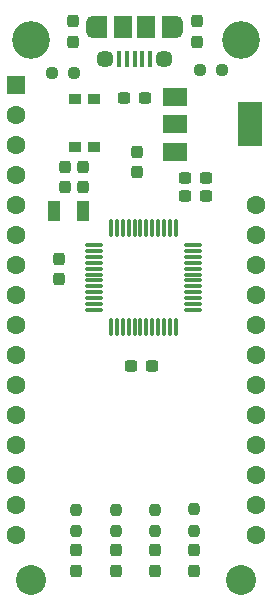
<source format=gbr>
%TF.GenerationSoftware,KiCad,Pcbnew,(6.0.0)*%
%TF.CreationDate,2022-01-23T09:41:54-05:00*%
%TF.ProjectId,Feather-SAMD21-MIC39100,46656174-6865-4722-9d53-414d4432312d,rev?*%
%TF.SameCoordinates,Original*%
%TF.FileFunction,Soldermask,Top*%
%TF.FilePolarity,Negative*%
%FSLAX46Y46*%
G04 Gerber Fmt 4.6, Leading zero omitted, Abs format (unit mm)*
G04 Created by KiCad (PCBNEW (6.0.0)) date 2022-01-23 09:41:54*
%MOMM*%
%LPD*%
G01*
G04 APERTURE LIST*
G04 Aperture macros list*
%AMRoundRect*
0 Rectangle with rounded corners*
0 $1 Rounding radius*
0 $2 $3 $4 $5 $6 $7 $8 $9 X,Y pos of 4 corners*
0 Add a 4 corners polygon primitive as box body*
4,1,4,$2,$3,$4,$5,$6,$7,$8,$9,$2,$3,0*
0 Add four circle primitives for the rounded corners*
1,1,$1+$1,$2,$3*
1,1,$1+$1,$4,$5*
1,1,$1+$1,$6,$7*
1,1,$1+$1,$8,$9*
0 Add four rect primitives between the rounded corners*
20,1,$1+$1,$2,$3,$4,$5,0*
20,1,$1+$1,$4,$5,$6,$7,0*
20,1,$1+$1,$6,$7,$8,$9,0*
20,1,$1+$1,$8,$9,$2,$3,0*%
G04 Aperture macros list end*
%ADD10RoundRect,0.237500X-0.237500X0.250000X-0.237500X-0.250000X0.237500X-0.250000X0.237500X0.250000X0*%
%ADD11RoundRect,0.237500X0.237500X-0.300000X0.237500X0.300000X-0.237500X0.300000X-0.237500X-0.300000X0*%
%ADD12RoundRect,0.237500X0.237500X-0.287500X0.237500X0.287500X-0.237500X0.287500X-0.237500X-0.287500X0*%
%ADD13RoundRect,0.237500X-0.237500X0.300000X-0.237500X-0.300000X0.237500X-0.300000X0.237500X0.300000X0*%
%ADD14RoundRect,0.237500X0.300000X0.237500X-0.300000X0.237500X-0.300000X-0.237500X0.300000X-0.237500X0*%
%ADD15RoundRect,0.237500X-0.300000X-0.237500X0.300000X-0.237500X0.300000X0.237500X-0.300000X0.237500X0*%
%ADD16RoundRect,0.237500X-0.237500X0.287500X-0.237500X-0.287500X0.237500X-0.287500X0.237500X0.287500X0*%
%ADD17R,1.000000X1.800000*%
%ADD18C,3.200000*%
%ADD19C,2.540000*%
%ADD20R,1.600000X1.600000*%
%ADD21C,1.600000*%
%ADD22RoundRect,0.075000X-0.662500X-0.075000X0.662500X-0.075000X0.662500X0.075000X-0.662500X0.075000X0*%
%ADD23RoundRect,0.075000X-0.075000X-0.662500X0.075000X-0.662500X0.075000X0.662500X-0.075000X0.662500X0*%
%ADD24RoundRect,0.237500X0.250000X0.237500X-0.250000X0.237500X-0.250000X-0.237500X0.250000X-0.237500X0*%
%ADD25R,1.000000X0.900000*%
%ADD26R,0.400000X1.350000*%
%ADD27R,1.200000X1.900000*%
%ADD28C,1.450000*%
%ADD29R,1.500000X1.900000*%
%ADD30O,1.200000X1.900000*%
%ADD31RoundRect,0.237500X-0.250000X-0.237500X0.250000X-0.237500X0.250000X0.237500X-0.250000X0.237500X0*%
%ADD32R,2.000000X1.500000*%
%ADD33R,2.000000X3.800000*%
G04 APERTURE END LIST*
D10*
%TO.C,R7*%
X64389000Y-92407100D03*
X64389000Y-94232100D03*
%TD*%
D11*
%TO.C,C5*%
X59563000Y-63854500D03*
X59563000Y-62129500D03*
%TD*%
D12*
%TO.C,D4*%
X57717266Y-97623600D03*
X57717266Y-95873600D03*
%TD*%
%TO.C,D8*%
X54381400Y-97623600D03*
X54381400Y-95873600D03*
%TD*%
D13*
%TO.C,C1*%
X54991000Y-63399500D03*
X54991000Y-65124500D03*
%TD*%
D12*
%TO.C,D3*%
X61053132Y-97623600D03*
X61053132Y-95873600D03*
%TD*%
D14*
%TO.C,C4*%
X65327700Y-64312800D03*
X63602700Y-64312800D03*
%TD*%
D15*
%TO.C,C3*%
X58446500Y-57607200D03*
X60171500Y-57607200D03*
%TD*%
D16*
%TO.C,D13*%
X64643000Y-51042600D03*
X64643000Y-52792600D03*
%TD*%
D17*
%TO.C,Y1*%
X52471000Y-67183000D03*
X54971000Y-67183000D03*
%TD*%
D16*
%TO.C,D1*%
X54102000Y-51068000D03*
X54102000Y-52818000D03*
%TD*%
D12*
%TO.C,D7*%
X64389000Y-97598200D03*
X64389000Y-95848200D03*
%TD*%
D18*
%TO.C,A1*%
X68326000Y-52705000D03*
X50546000Y-52705000D03*
D19*
X50546000Y-98425000D03*
X68326000Y-98425000D03*
D20*
X49276000Y-56515000D03*
D21*
X49276000Y-59055000D03*
X49276000Y-61595000D03*
X49276000Y-64135000D03*
X49276000Y-66675000D03*
X49276000Y-69215000D03*
X49276000Y-71755000D03*
X49276000Y-74295000D03*
X49276000Y-76835000D03*
X49276000Y-79375000D03*
X49276000Y-81915000D03*
X49276000Y-84455000D03*
X49276000Y-86995000D03*
X49276000Y-89535000D03*
X49276000Y-92075000D03*
X49276000Y-94615000D03*
X69596000Y-94615000D03*
X69596000Y-92075000D03*
X69596000Y-89535000D03*
X69596000Y-86995000D03*
X69596000Y-84455000D03*
X69596000Y-81915000D03*
X69596000Y-79375000D03*
X69596000Y-76835000D03*
X69596000Y-74295000D03*
X69596000Y-71755000D03*
X69596000Y-69215000D03*
X69596000Y-66675000D03*
%TD*%
D13*
%TO.C,C2*%
X53467000Y-63399500D03*
X53467000Y-65124500D03*
%TD*%
D10*
%TO.C,R4*%
X57717266Y-92432500D03*
X57717266Y-94257500D03*
%TD*%
D11*
%TO.C,C7*%
X52933600Y-72896900D03*
X52933600Y-71171900D03*
%TD*%
D10*
%TO.C,R3*%
X61053132Y-92432500D03*
X61053132Y-94257500D03*
%TD*%
D22*
%TO.C,U2*%
X55908500Y-70021000D03*
X55908500Y-70521000D03*
X55908500Y-71021000D03*
X55908500Y-71521000D03*
X55908500Y-72021000D03*
X55908500Y-72521000D03*
X55908500Y-73021000D03*
X55908500Y-73521000D03*
X55908500Y-74021000D03*
X55908500Y-74521000D03*
X55908500Y-75021000D03*
X55908500Y-75521000D03*
D23*
X57321000Y-76933500D03*
X57821000Y-76933500D03*
X58321000Y-76933500D03*
X58821000Y-76933500D03*
X59321000Y-76933500D03*
X59821000Y-76933500D03*
X60321000Y-76933500D03*
X60821000Y-76933500D03*
X61321000Y-76933500D03*
X61821000Y-76933500D03*
X62321000Y-76933500D03*
X62821000Y-76933500D03*
D22*
X64233500Y-75521000D03*
X64233500Y-75021000D03*
X64233500Y-74521000D03*
X64233500Y-74021000D03*
X64233500Y-73521000D03*
X64233500Y-73021000D03*
X64233500Y-72521000D03*
X64233500Y-72021000D03*
X64233500Y-71521000D03*
X64233500Y-71021000D03*
X64233500Y-70521000D03*
X64233500Y-70021000D03*
D23*
X62821000Y-68608500D03*
X62321000Y-68608500D03*
X61821000Y-68608500D03*
X61321000Y-68608500D03*
X60821000Y-68608500D03*
X60321000Y-68608500D03*
X59821000Y-68608500D03*
X59321000Y-68608500D03*
X58821000Y-68608500D03*
X58321000Y-68608500D03*
X57821000Y-68608500D03*
X57321000Y-68608500D03*
%TD*%
D14*
%TO.C,C8*%
X60755700Y-80289400D03*
X59030700Y-80289400D03*
%TD*%
D10*
%TO.C,R8*%
X54381400Y-92432500D03*
X54381400Y-94257500D03*
%TD*%
D24*
%TO.C,R13*%
X66698500Y-55245000D03*
X64873500Y-55245000D03*
%TD*%
D25*
%TO.C,SW1*%
X54318000Y-61740000D03*
X54318000Y-57640000D03*
X55918000Y-57640000D03*
X55918000Y-61740000D03*
%TD*%
D26*
%TO.C,J1*%
X60628500Y-54249500D03*
X59978500Y-54249500D03*
X59328500Y-54249500D03*
X58678500Y-54249500D03*
X58028500Y-54249500D03*
D27*
X56428500Y-51549500D03*
D28*
X56828500Y-54249500D03*
D29*
X60328500Y-51549500D03*
X58328500Y-51549500D03*
D30*
X55828500Y-51549500D03*
D28*
X61828500Y-54249500D03*
D30*
X62828500Y-51549500D03*
D27*
X62228500Y-51549500D03*
%TD*%
D31*
%TO.C,R1*%
X52325900Y-55448200D03*
X54150900Y-55448200D03*
%TD*%
D32*
%TO.C,U1*%
X62763000Y-57517000D03*
X62763000Y-59817000D03*
X62763000Y-62117000D03*
D33*
X69063000Y-59817000D03*
%TD*%
D14*
%TO.C,C6*%
X65326600Y-65836800D03*
X63601600Y-65836800D03*
%TD*%
M02*

</source>
